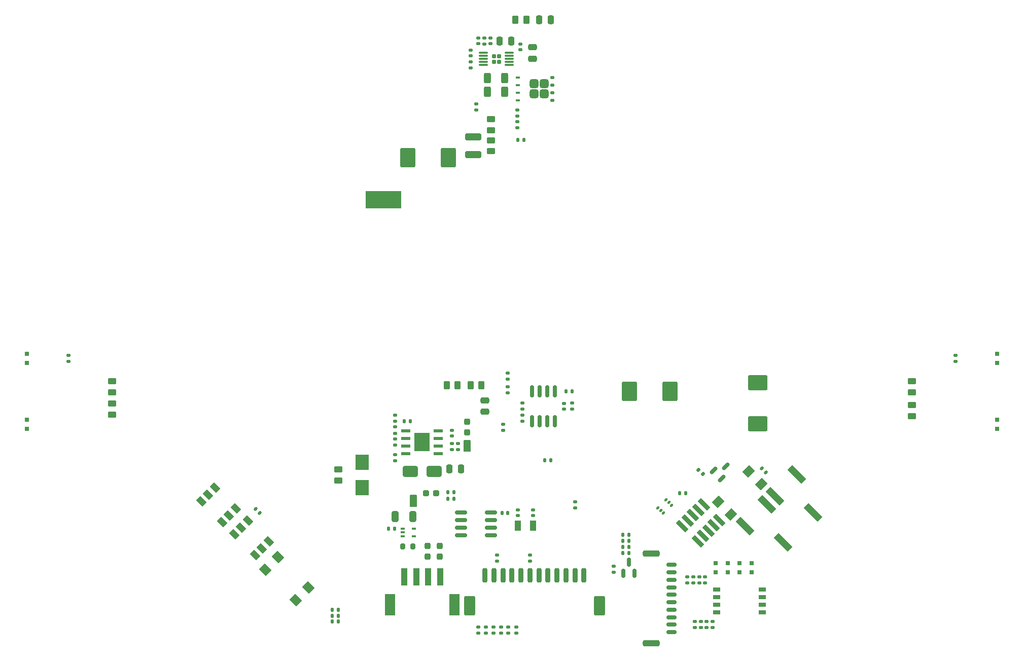
<source format=gbr>
%TF.GenerationSoftware,KiCad,Pcbnew,8.0.7*%
%TF.CreationDate,2025-04-17T20:50:55-04:00*%
%TF.ProjectId,kicker,6b69636b-6572-42e6-9b69-6361645f7063,v4*%
%TF.SameCoordinates,Original*%
%TF.FileFunction,Paste,Top*%
%TF.FilePolarity,Positive*%
%FSLAX46Y46*%
G04 Gerber Fmt 4.6, Leading zero omitted, Abs format (unit mm)*
G04 Created by KiCad (PCBNEW 8.0.7) date 2025-04-17 20:50:55*
%MOMM*%
%LPD*%
G01*
G04 APERTURE LIST*
G04 Aperture macros list*
%AMRoundRect*
0 Rectangle with rounded corners*
0 $1 Rounding radius*
0 $2 $3 $4 $5 $6 $7 $8 $9 X,Y pos of 4 corners*
0 Add a 4 corners polygon primitive as box body*
4,1,4,$2,$3,$4,$5,$6,$7,$8,$9,$2,$3,0*
0 Add four circle primitives for the rounded corners*
1,1,$1+$1,$2,$3*
1,1,$1+$1,$4,$5*
1,1,$1+$1,$6,$7*
1,1,$1+$1,$8,$9*
0 Add four rect primitives between the rounded corners*
20,1,$1+$1,$2,$3,$4,$5,0*
20,1,$1+$1,$4,$5,$6,$7,0*
20,1,$1+$1,$6,$7,$8,$9,0*
20,1,$1+$1,$8,$9,$2,$3,0*%
%AMRotRect*
0 Rectangle, with rotation*
0 The origin of the aperture is its center*
0 $1 length*
0 $2 width*
0 $3 Rotation angle, in degrees counterclockwise*
0 Add horizontal line*
21,1,$1,$2,0,0,$3*%
G04 Aperture macros list end*
%ADD10C,0.160000*%
%ADD11RoundRect,0.150000X0.700000X-0.150000X0.700000X0.150000X-0.700000X0.150000X-0.700000X-0.150000X0*%
%ADD12RoundRect,0.250000X1.150000X-0.250000X1.150000X0.250000X-1.150000X0.250000X-1.150000X-0.250000X0*%
%ADD13RoundRect,0.140000X0.219203X0.021213X0.021213X0.219203X-0.219203X-0.021213X-0.021213X-0.219203X0*%
%ADD14RoundRect,0.140000X0.170000X-0.140000X0.170000X0.140000X-0.170000X0.140000X-0.170000X-0.140000X0*%
%ADD15RoundRect,0.135000X-0.185000X0.135000X-0.185000X-0.135000X0.185000X-0.135000X0.185000X0.135000X0*%
%ADD16RoundRect,0.135000X-0.135000X-0.185000X0.135000X-0.185000X0.135000X0.185000X-0.135000X0.185000X0*%
%ADD17R,0.800000X0.800000*%
%ADD18RoundRect,0.135000X0.185000X-0.135000X0.185000X0.135000X-0.185000X0.135000X-0.185000X-0.135000X0*%
%ADD19R,1.000000X1.800000*%
%ADD20RotRect,1.500000X1.000000X315.000000*%
%ADD21RotRect,1.500000X1.000000X135.000000*%
%ADD22RoundRect,0.250000X-0.262500X-0.450000X0.262500X-0.450000X0.262500X0.450000X-0.262500X0.450000X0*%
%ADD23RoundRect,0.250000X-0.250000X-0.475000X0.250000X-0.475000X0.250000X0.475000X-0.250000X0.475000X0*%
%ADD24RoundRect,0.250000X-1.000000X-0.650000X1.000000X-0.650000X1.000000X0.650000X-1.000000X0.650000X0*%
%ADD25RoundRect,0.135000X-0.226274X-0.035355X-0.035355X-0.226274X0.226274X0.035355X0.035355X0.226274X0*%
%ADD26RoundRect,0.140000X-0.170000X0.140000X-0.170000X-0.140000X0.170000X-0.140000X0.170000X0.140000X0*%
%ADD27RoundRect,0.375000X-0.375000X-0.375000X0.375000X-0.375000X0.375000X0.375000X-0.375000X0.375000X0*%
%ADD28RoundRect,0.125000X-0.250000X-0.125000X0.250000X-0.125000X0.250000X0.125000X-0.250000X0.125000X0*%
%ADD29RoundRect,0.100000X-0.275000X-0.100000X0.275000X-0.100000X0.275000X0.100000X-0.275000X0.100000X0*%
%ADD30RoundRect,0.250000X-0.450000X0.262500X-0.450000X-0.262500X0.450000X-0.262500X0.450000X0.262500X0*%
%ADD31RoundRect,0.140000X0.140000X0.170000X-0.140000X0.170000X-0.140000X-0.170000X0.140000X-0.170000X0*%
%ADD32RoundRect,0.170000X-0.170000X-0.210000X0.170000X-0.210000X0.170000X0.210000X-0.170000X0.210000X0*%
%ADD33RoundRect,0.075000X-0.650000X-0.075000X0.650000X-0.075000X0.650000X0.075000X-0.650000X0.075000X0*%
%ADD34RoundRect,0.237500X-0.287500X-0.237500X0.287500X-0.237500X0.287500X0.237500X-0.287500X0.237500X0*%
%ADD35RoundRect,0.250000X-1.400000X-1.000000X1.400000X-1.000000X1.400000X1.000000X-1.400000X1.000000X0*%
%ADD36RoundRect,0.250000X0.475000X-0.250000X0.475000X0.250000X-0.475000X0.250000X-0.475000X-0.250000X0*%
%ADD37RoundRect,0.100000X0.088388X0.229810X-0.229810X-0.088388X-0.088388X-0.229810X0.229810X0.088388X0*%
%ADD38RoundRect,0.237500X0.237500X-0.287500X0.237500X0.287500X-0.237500X0.287500X-0.237500X-0.287500X0*%
%ADD39RotRect,3.300000X1.190000X135.000000*%
%ADD40RoundRect,0.250000X-0.312500X-0.625000X0.312500X-0.625000X0.312500X0.625000X-0.312500X0.625000X0*%
%ADD41RoundRect,0.150000X-0.825000X-0.150000X0.825000X-0.150000X0.825000X0.150000X-0.825000X0.150000X0*%
%ADD42R,2.300000X2.500000*%
%ADD43RoundRect,0.100000X-0.225000X-0.100000X0.225000X-0.100000X0.225000X0.100000X-0.225000X0.100000X0*%
%ADD44RoundRect,0.250000X0.325000X0.650000X-0.325000X0.650000X-0.325000X-0.650000X0.325000X-0.650000X0*%
%ADD45R,1.270000X0.760000*%
%ADD46RoundRect,0.250000X-1.000000X1.400000X-1.000000X-1.400000X1.000000X-1.400000X1.000000X1.400000X0*%
%ADD47RoundRect,0.150000X-0.309359X-0.521491X0.521491X0.309359X0.309359X0.521491X-0.521491X-0.309359X0*%
%ADD48RoundRect,0.200000X0.200000X0.275000X-0.200000X0.275000X-0.200000X-0.275000X0.200000X-0.275000X0*%
%ADD49RoundRect,0.135000X0.135000X0.185000X-0.135000X0.185000X-0.135000X-0.185000X0.135000X-0.185000X0*%
%ADD50RoundRect,0.140000X-0.219203X-0.021213X-0.021213X-0.219203X0.219203X0.021213X0.021213X0.219203X0*%
%ADD51R,1.100000X3.000000*%
%ADD52R,1.800000X3.600000*%
%ADD53RoundRect,0.150000X0.150000X-0.825000X0.150000X0.825000X-0.150000X0.825000X-0.150000X-0.825000X0*%
%ADD54RoundRect,0.250000X-0.475000X0.250000X-0.475000X-0.250000X0.475000X-0.250000X0.475000X0.250000X0*%
%ADD55RoundRect,0.250000X0.450000X-0.262500X0.450000X0.262500X-0.450000X0.262500X-0.450000X-0.262500X0*%
%ADD56RoundRect,0.140000X-0.140000X-0.170000X0.140000X-0.170000X0.140000X0.170000X-0.140000X0.170000X0*%
%ADD57RoundRect,0.150000X0.150000X-0.587500X0.150000X0.587500X-0.150000X0.587500X-0.150000X-0.587500X0*%
%ADD58RoundRect,0.200000X0.200000X1.000000X-0.200000X1.000000X-0.200000X-1.000000X0.200000X-1.000000X0*%
%ADD59RoundRect,0.250000X0.650000X1.400000X-0.650000X1.400000X-0.650000X-1.400000X0.650000X-1.400000X0*%
%ADD60RoundRect,0.250000X1.100000X-0.325000X1.100000X0.325000X-1.100000X0.325000X-1.100000X-0.325000X0*%
%ADD61R,6.000000X3.000000*%
%ADD62RotRect,1.600000X1.400000X135.000000*%
%ADD63RoundRect,0.250000X0.250000X0.475000X-0.250000X0.475000X-0.250000X-0.475000X0.250000X-0.475000X0*%
%ADD64RotRect,1.600000X1.400000X225.000000*%
%ADD65RotRect,0.800000X2.200000X45.000000*%
%ADD66R,2.600000X3.100000*%
%ADD67R,1.550000X0.600000*%
G04 APERTURE END LIST*
D10*
%TO.C,JP1*%
X193999999Y-157200000D02*
X193000001Y-157200000D01*
X193000001Y-155400000D01*
X193999999Y-155400000D01*
X193999999Y-157200000D01*
G36*
X193999999Y-157200000D02*
G01*
X193000001Y-157200000D01*
X193000001Y-155400000D01*
X193999999Y-155400000D01*
X193999999Y-157200000D01*
G37*
%TO.C,JP2*%
X203000000Y-148000000D02*
X202000000Y-148000000D01*
X202000000Y-146200000D01*
X203000000Y-146200000D01*
X203000000Y-148000000D01*
G36*
X203000000Y-148000000D02*
G01*
X202000000Y-148000000D01*
X202000000Y-146200000D01*
X203000000Y-146200000D01*
X203000000Y-148000000D01*
G37*
%TD*%
D11*
%TO.C,J11*%
X236600000Y-178250000D03*
X236600000Y-177000000D03*
X236600000Y-175750000D03*
X236600000Y-174500000D03*
X236600000Y-173250000D03*
X236600000Y-172000000D03*
X236600000Y-170750000D03*
X236600000Y-169500000D03*
X236600000Y-168250000D03*
X236600000Y-167000000D03*
D12*
X233250000Y-180100000D03*
X233250000Y-165150000D03*
%TD*%
D13*
%TO.C,C19*%
X167839411Y-158339411D03*
X167160589Y-157660589D03*
%TD*%
D14*
%TO.C,C3*%
X190500000Y-149580000D03*
X190500000Y-148620000D03*
%TD*%
D15*
%TO.C,R54*%
X209250000Y-137240001D03*
X209250000Y-138259999D03*
%TD*%
D16*
%TO.C,R11*%
X179990001Y-175500000D03*
X181009999Y-175500000D03*
%TD*%
D17*
%TO.C,D4*%
X291000000Y-133250000D03*
X291000000Y-131750000D03*
%TD*%
D16*
%TO.C,R22*%
X237990001Y-155000000D03*
X239009999Y-155000000D03*
%TD*%
D18*
%TO.C,R16*%
X240500000Y-177509998D03*
X240500000Y-176490000D03*
%TD*%
D19*
%TO.C,Y1*%
X211000000Y-160500000D03*
X213499998Y-160500000D03*
%TD*%
D20*
%TO.C,U6*%
X161601041Y-159863782D03*
X162732412Y-158732412D03*
X163863782Y-157601041D03*
D21*
X160398959Y-154136218D03*
X159267588Y-155267588D03*
X158136218Y-156398959D03*
%TD*%
D17*
%TO.C,D5*%
X246000000Y-168250000D03*
X246000000Y-166750000D03*
%TD*%
D18*
%TO.C,R8*%
X201000000Y-147759999D03*
X201000000Y-146740001D03*
%TD*%
D22*
%TO.C,R50*%
X203087500Y-137000000D03*
X204912500Y-137000000D03*
%TD*%
D20*
%TO.C,U4*%
X167101041Y-165363782D03*
X168232412Y-164232412D03*
X169363782Y-163101041D03*
D21*
X165898959Y-159636218D03*
X164767588Y-160767588D03*
X163636218Y-161898959D03*
%TD*%
D18*
%TO.C,R32*%
X136000000Y-133009999D03*
X136000000Y-131990001D03*
%TD*%
D23*
%TO.C,C5*%
X199550000Y-151000000D03*
X201450000Y-151000000D03*
%TD*%
D24*
%TO.C,D2*%
X192999999Y-151400000D03*
X197000001Y-151400000D03*
%TD*%
D14*
%TO.C,C31*%
X203100000Y-81980000D03*
X203100000Y-81020000D03*
%TD*%
D18*
%TO.C,R30*%
X284000000Y-133009999D03*
X284000000Y-131990001D03*
%TD*%
D25*
%TO.C,R43*%
X241139376Y-151139376D03*
X241860624Y-151860624D03*
%TD*%
D26*
%TO.C,C28*%
X218650000Y-140020000D03*
X218650000Y-140980000D03*
%TD*%
D27*
%TO.C,Q5*%
X213650001Y-86650000D03*
X213650001Y-88350000D03*
X215350001Y-86650000D03*
X215350001Y-88350000D03*
D28*
X216755001Y-85595000D03*
X216755001Y-86865000D03*
X216755001Y-88135000D03*
X216755001Y-89405000D03*
D29*
X210950001Y-85595000D03*
X210950001Y-86865000D03*
X210950001Y-88135000D03*
X210950001Y-89405000D03*
%TD*%
D30*
%TO.C,R46*%
X143250000Y-140087500D03*
X143250000Y-141912500D03*
%TD*%
D31*
%TO.C,C1*%
X190360000Y-161000000D03*
X189400000Y-161000000D03*
%TD*%
D32*
%TO.C,U8*%
X206980001Y-82030000D03*
X206980001Y-82970000D03*
X207820001Y-82030000D03*
X207820001Y-82970000D03*
D33*
X205250001Y-81500000D03*
X205250001Y-82000000D03*
X205250001Y-82500000D03*
X205250001Y-83000000D03*
X205250001Y-83500000D03*
X209550001Y-83500000D03*
X209550001Y-83000000D03*
X209550001Y-82500000D03*
X209550001Y-82000000D03*
X209550001Y-81500000D03*
%TD*%
D34*
%TO.C,F4*%
X195625001Y-155000000D03*
X197374999Y-155000000D03*
%TD*%
D35*
%TO.C,D13*%
X251000000Y-136600000D03*
X251000000Y-143400000D03*
%TD*%
D36*
%TO.C,C39*%
X213400001Y-82450000D03*
X213400001Y-80550000D03*
%TD*%
D30*
%TO.C,R48*%
X276750000Y-140337500D03*
X276750000Y-142162500D03*
%TD*%
D37*
%TO.C,D3*%
X236631371Y-157037868D03*
X236171751Y-156578249D03*
X235712132Y-156118629D03*
X234368629Y-157462132D03*
X234828249Y-157921751D03*
X235287868Y-158381371D03*
%TD*%
D38*
%TO.C,F1*%
X197900000Y-165625000D03*
X197900000Y-163875000D03*
%TD*%
D15*
%TO.C,R5*%
X190500000Y-143990001D03*
X190500000Y-145009999D03*
%TD*%
D39*
%TO.C,RV1*%
X248941207Y-160533310D03*
X255262742Y-163262742D03*
X252533310Y-156941207D03*
%TD*%
D40*
%TO.C,R65*%
X205857501Y-87970000D03*
X208782501Y-87970000D03*
%TD*%
D18*
%TO.C,R19*%
X243500000Y-177509999D03*
X243500000Y-176490001D03*
%TD*%
D15*
%TO.C,R79*%
X207500000Y-165390001D03*
X207500000Y-166409999D03*
%TD*%
D18*
%TO.C,R62*%
X210900001Y-94010000D03*
X210900001Y-92990000D03*
%TD*%
D41*
%TO.C,U5*%
X201525000Y-158295000D03*
X201525000Y-159565000D03*
X201525000Y-160835000D03*
X201525000Y-162105000D03*
X206475000Y-162105000D03*
X206475000Y-160835000D03*
X206475000Y-159565000D03*
X206475000Y-158295000D03*
%TD*%
D42*
%TO.C,D1*%
X185000000Y-154150001D03*
X185000000Y-149849999D03*
%TD*%
D30*
%TO.C,R67*%
X206500000Y-92597499D03*
X206500000Y-94422499D03*
%TD*%
D43*
%TO.C,U1*%
X191750000Y-160950000D03*
X191750000Y-161600000D03*
X191750000Y-162250000D03*
X193650000Y-162250000D03*
X193650000Y-160950000D03*
%TD*%
D44*
%TO.C,C2*%
X193475001Y-158900000D03*
X190524999Y-158900000D03*
%TD*%
D14*
%TO.C,C22*%
X213500000Y-158780000D03*
X213500000Y-157820000D03*
%TD*%
D38*
%TO.C,F2*%
X195900000Y-165625000D03*
X195900000Y-163875000D03*
%TD*%
D31*
%TO.C,C17*%
X200280000Y-154900000D03*
X199320000Y-154900000D03*
%TD*%
D15*
%TO.C,R9*%
X200000000Y-146740001D03*
X200000000Y-147759999D03*
%TD*%
%TO.C,R60*%
X205400001Y-78990000D03*
X205400001Y-80010000D03*
%TD*%
D18*
%TO.C,R13*%
X240250000Y-170000000D03*
X240250000Y-168980002D03*
%TD*%
D45*
%TO.C,SW2*%
X251810000Y-174905000D03*
X251810000Y-173635000D03*
X251810000Y-172365000D03*
X251810000Y-171095000D03*
X244190000Y-171095000D03*
X244190000Y-172365000D03*
X244190000Y-173635000D03*
X244190000Y-174905000D03*
%TD*%
D31*
%TO.C,C24*%
X209280000Y-158300000D03*
X208320000Y-158300000D03*
%TD*%
D46*
%TO.C,D14*%
X199400000Y-99000000D03*
X192600000Y-99000000D03*
%TD*%
D15*
%TO.C,R52*%
X211750000Y-141990001D03*
X211750000Y-143009999D03*
%TD*%
%TO.C,R86*%
X209400000Y-177390001D03*
X209400000Y-178409999D03*
%TD*%
D17*
%TO.C,D9*%
X248000000Y-168250000D03*
X248000000Y-166750000D03*
%TD*%
D47*
%TO.C,Q2*%
X243665336Y-151241161D03*
X245008839Y-152584664D03*
X245662913Y-150587087D03*
%TD*%
D23*
%TO.C,C40*%
X214550000Y-76000000D03*
X216450000Y-76000000D03*
%TD*%
D38*
%TO.C,F5*%
X202500000Y-144875000D03*
X202500000Y-143125000D03*
%TD*%
D30*
%TO.C,R66*%
X206500000Y-96087500D03*
X206500000Y-97912500D03*
%TD*%
D48*
%TO.C,L1*%
X193425000Y-163900000D03*
X191775000Y-163900000D03*
%TD*%
D14*
%TO.C,C20*%
X211000000Y-158780000D03*
X211000000Y-157820000D03*
%TD*%
D49*
%TO.C,R10*%
X193009999Y-143000000D03*
X191990001Y-143000000D03*
%TD*%
D50*
%TO.C,C7*%
X251660589Y-150910589D03*
X252339411Y-151589411D03*
%TD*%
D18*
%TO.C,R76*%
X205600000Y-178409999D03*
X205600000Y-177390001D03*
%TD*%
%TO.C,R17*%
X241500000Y-177509998D03*
X241500000Y-176490000D03*
%TD*%
D51*
%TO.C,J2*%
X198000000Y-169000000D03*
X196000000Y-169000000D03*
X194000000Y-169000000D03*
X192000000Y-169000000D03*
D52*
X189650000Y-173700000D03*
X200350000Y-173700000D03*
%TD*%
D49*
%TO.C,R20*%
X181009999Y-174500000D03*
X179990001Y-174500000D03*
%TD*%
D53*
%TO.C,U7*%
X213345000Y-142975000D03*
X214615000Y-142975000D03*
X215885000Y-142975000D03*
X217155000Y-142975000D03*
X217155000Y-138025000D03*
X215885000Y-138025000D03*
X214615000Y-138025000D03*
X213345000Y-138025000D03*
%TD*%
D18*
%TO.C,R7*%
X190500000Y-143009999D03*
X190500000Y-141990001D03*
%TD*%
D15*
%TO.C,R6*%
X190500000Y-145990001D03*
X190500000Y-147009999D03*
%TD*%
D22*
%TO.C,R61*%
X210587500Y-76000000D03*
X212412500Y-76000000D03*
%TD*%
D26*
%TO.C,C37*%
X206400001Y-79020000D03*
X206400001Y-79980000D03*
%TD*%
D54*
%TO.C,C27*%
X205500000Y-139550001D03*
X205500000Y-141449999D03*
%TD*%
D55*
%TO.C,R4*%
X181000000Y-152912500D03*
X181000000Y-151087500D03*
%TD*%
D15*
%TO.C,R70*%
X213000000Y-165390000D03*
X213000000Y-166410000D03*
%TD*%
D18*
%TO.C,R56*%
X209250000Y-136009999D03*
X209250000Y-134990001D03*
%TD*%
D56*
%TO.C,C6*%
X180020000Y-176500000D03*
X180980000Y-176500000D03*
%TD*%
D16*
%TO.C,R44*%
X228490001Y-163000000D03*
X229509999Y-163000000D03*
%TD*%
D18*
%TO.C,R77*%
X206900000Y-178409999D03*
X206900000Y-177390001D03*
%TD*%
D15*
%TO.C,R68*%
X204000000Y-89990000D03*
X204000000Y-91010000D03*
%TD*%
D57*
%TO.C,Q1*%
X228550000Y-168437500D03*
X230450000Y-168437500D03*
X229500000Y-166562500D03*
%TD*%
D18*
%TO.C,R63*%
X210900001Y-92020000D03*
X210900001Y-91000000D03*
%TD*%
D46*
%TO.C,D12*%
X236400000Y-138000000D03*
X229600000Y-138000000D03*
%TD*%
D16*
%TO.C,R38*%
X228490001Y-162000000D03*
X229509999Y-162000000D03*
%TD*%
D31*
%TO.C,C11*%
X200280000Y-156000000D03*
X199320000Y-156000000D03*
%TD*%
D18*
%TO.C,R59*%
X203100000Y-84010000D03*
X203100000Y-82990000D03*
%TD*%
D30*
%TO.C,R47*%
X276750000Y-136337500D03*
X276750000Y-138162500D03*
%TD*%
D15*
%TO.C,R51*%
X208500000Y-143490001D03*
X208500000Y-144509999D03*
%TD*%
D58*
%TO.C,J7*%
X222000000Y-168750000D03*
X220500000Y-168750000D03*
X219000000Y-168750000D03*
X217500000Y-168750000D03*
X216000000Y-168750000D03*
X214500000Y-168750000D03*
X213000000Y-168750000D03*
X211500000Y-168750000D03*
X210000000Y-168750000D03*
X208500000Y-168750000D03*
X207000000Y-168750000D03*
X205500000Y-168750000D03*
D59*
X224600000Y-173800000D03*
X202900000Y-173800000D03*
%TD*%
D60*
%TO.C,C41*%
X203500000Y-98475001D03*
X203500000Y-95524999D03*
%TD*%
D61*
%TO.C,C29*%
X188500000Y-106000000D03*
%TD*%
D18*
%TO.C,R18*%
X242500000Y-177509998D03*
X242500000Y-176490000D03*
%TD*%
D22*
%TO.C,R49*%
X199087500Y-137000000D03*
X200912500Y-137000000D03*
%TD*%
D15*
%TO.C,R55*%
X220000000Y-139990001D03*
X220000000Y-141009999D03*
%TD*%
D18*
%TO.C,R53*%
X211750000Y-141009999D03*
X211750000Y-139990001D03*
%TD*%
D14*
%TO.C,C34*%
X204400001Y-79980000D03*
X204400001Y-79020000D03*
%TD*%
D16*
%TO.C,R58*%
X210990000Y-96000000D03*
X212010000Y-96000000D03*
%TD*%
%TO.C,R57*%
X218990001Y-138000000D03*
X220009999Y-138000000D03*
%TD*%
D17*
%TO.C,D10*%
X129000000Y-144250000D03*
X129000000Y-142750000D03*
%TD*%
%TO.C,D6*%
X129000000Y-133250000D03*
X129000000Y-131750000D03*
%TD*%
%TO.C,D11*%
X291000000Y-144250000D03*
X291000000Y-142750000D03*
%TD*%
D62*
%TO.C,SW1*%
X173884924Y-172906245D03*
X168793755Y-167815076D03*
X176006245Y-170784924D03*
X170915076Y-165693755D03*
%TD*%
D63*
%TO.C,C32*%
X209850001Y-79500000D03*
X207950001Y-79500000D03*
%TD*%
D14*
%TO.C,C4*%
X200000000Y-145480000D03*
X200000000Y-144520000D03*
%TD*%
D64*
%TO.C,SW3*%
X251606245Y-153515076D03*
X246515076Y-158606245D03*
X249484924Y-151393755D03*
X244393755Y-156484924D03*
%TD*%
D17*
%TO.C,D8*%
X250000000Y-168250000D03*
X250000000Y-166750000D03*
%TD*%
D30*
%TO.C,R45*%
X143250000Y-136337500D03*
X143250000Y-138162500D03*
%TD*%
D16*
%TO.C,R31*%
X228490001Y-164000000D03*
X229509999Y-164000000D03*
%TD*%
D49*
%TO.C,R1*%
X216509999Y-149500000D03*
X215490001Y-149500000D03*
%TD*%
D15*
%TO.C,R87*%
X210700000Y-177390001D03*
X210700000Y-178409999D03*
%TD*%
D18*
%TO.C,R78*%
X208200000Y-178409999D03*
X208200000Y-177390001D03*
%TD*%
%TO.C,R85*%
X204400000Y-178409999D03*
X204400000Y-177390001D03*
%TD*%
D65*
%TO.C,J4*%
X240990883Y-163082986D03*
X238417014Y-160509117D03*
X241888909Y-162184960D03*
X239315040Y-159611091D03*
X242786934Y-161286934D03*
X240213066Y-158713066D03*
X243684960Y-160388909D03*
X241111091Y-157815040D03*
X244582986Y-159490883D03*
X242009117Y-156917014D03*
%TD*%
D40*
%TO.C,R64*%
X205857501Y-85679999D03*
X208782501Y-85679999D03*
%TD*%
D18*
%TO.C,R14*%
X241250000Y-170000000D03*
X241250000Y-168980002D03*
%TD*%
%TO.C,R21*%
X227000000Y-168259999D03*
X227000000Y-167240001D03*
%TD*%
D39*
%TO.C,RV2*%
X253941207Y-155533310D03*
X260262742Y-158262742D03*
X257533310Y-151941207D03*
%TD*%
D16*
%TO.C,R35*%
X228490001Y-165000000D03*
X229509999Y-165000000D03*
%TD*%
D66*
%TO.C,U2*%
X195000000Y-146500000D03*
D67*
X197700000Y-148405000D03*
X197700000Y-147135000D03*
X197700000Y-145865000D03*
X197700000Y-144595000D03*
X192300000Y-144595000D03*
X192300000Y-145865000D03*
X192300000Y-147135000D03*
X192300000Y-148405000D03*
%TD*%
D18*
%TO.C,R15*%
X242250000Y-170000000D03*
X242250000Y-168980002D03*
%TD*%
D17*
%TO.C,D7*%
X244000000Y-168250000D03*
X244000000Y-166750000D03*
%TD*%
D15*
%TO.C,R27*%
X220500000Y-156490001D03*
X220500000Y-157509999D03*
%TD*%
D18*
%TO.C,R12*%
X239250001Y-170000000D03*
X239250001Y-168980002D03*
%TD*%
D14*
%TO.C,C35*%
X211400001Y-80980000D03*
X211400001Y-80020000D03*
%TD*%
M02*

</source>
